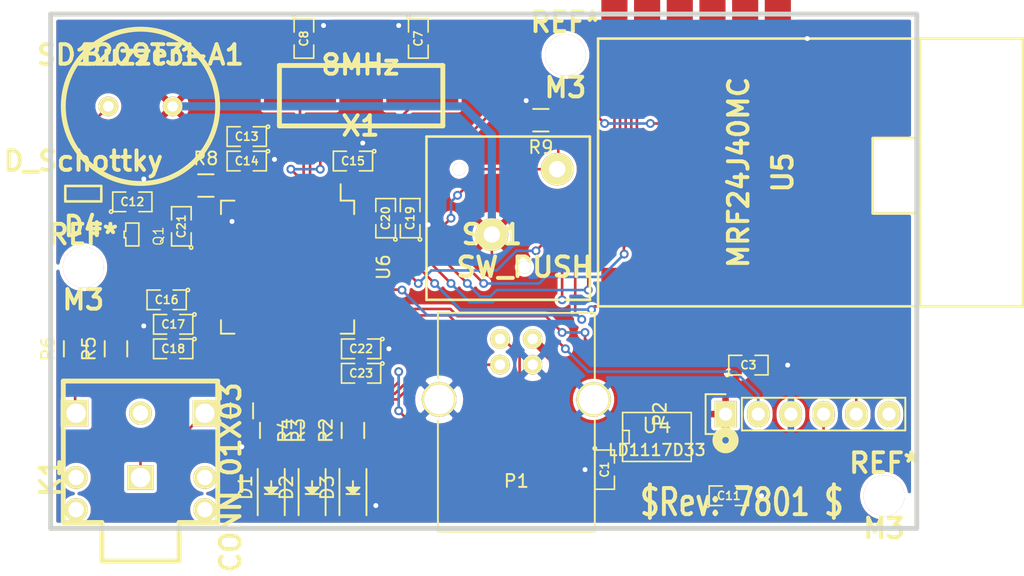
<source format=kicad_pcb>
(kicad_pcb (version 4) (host pcbnew 4.0.2-stable)
  (title_block (date "21 may 2012"))
  (layers (0 Front signal) (31 Back signal) (34 B.Paste user) (35 F.Paste user) (36 B.SilkS user) (37 F.SilkS user) (38 B.Mask user) (39 F.Mask user) (44 Edge.Cuts user))
  (net 0 "")
  (net 1 +5V)
  (net 2 /NRST)
  (net 3 /SWCLK)
  (net 4 /SWDIO)
  (net 5 GND)
  (net 6 +3V3)
  (net 7 "Net-(Buzzer1-Pad2)")
  (net 8 "Net-(C7-Pad2)")
  (net 9 "Net-(C8-Pad2)")
  (net 10 "Net-(C16-Pad1)")
  (net 11 "Net-(C23-Pad2)")
  (net 12 "Net-(K1-Pad1)")
  (net 13 "Net-(K1-Pad2)")
  (net 14 "Net-(K1-Pad3)")
  (net 15 "Net-(P1-Pad2)")
  (net 16 "Net-(P1-Pad3)")
  (net 17 "Net-(P2-Pad6)")
  (net 18 "Net-(Q1-PadB)")
  (net 19 "Net-(R2-Pad2)")
  (net 20 "Net-(R3-Pad1)")
  (net 21 "Net-(R4-Pad2)")
  (net 22 "Net-(R5-Pad2)")
  (net 23 "Net-(R6-Pad2)")
  (net 24 "Net-(R8-Pad2)")
  (net 25 "Net-(R9-Pad1)")
  (net 26 "Net-(U5-Pad6)")
  (net 27 "Net-(U5-Pad5)")
  (net 28 "Net-(U5-Pad4)")
  (net 29 "Net-(U5-Pad3)")
  (net 30 "Net-(U5-Pad2)")
  (net 31 "Net-(U5-Pad7)")
  (net 32 "Net-(U5-Pad8)")
  (net 33 "Net-(U6-Pad2)")
  (net 34 "Net-(U6-Pad3)")
  (net 35 "Net-(U6-Pad4)")
  (net 36 "Net-(U6-Pad8)")
  (net 37 "Net-(U6-Pad9)")
  (net 38 "Net-(U6-Pad10)")
  (net 39 "Net-(U6-Pad11)")
  (net 40 "Net-(U6-Pad22)")
  (net 41 "Net-(U6-Pad23)")
  (net 42 "Net-(U6-Pad24)")
  (net 43 "Net-(U6-Pad29)")
  (net 44 "Net-(U6-Pad30)")
  (net 45 "Net-(U6-Pad36)")
  (net 46 "Net-(U6-Pad37)")
  (net 47 "Net-(U6-Pad38)")
  (net 48 "Net-(U6-Pad39)")
  (net 49 "Net-(U6-Pad40)")
  (net 50 "Net-(U6-Pad41)")
  (net 51 "Net-(U6-Pad42)")
  (net 52 "Net-(U6-Pad43)")
  (net 53 "Net-(U6-Pad52)")
  (net 54 "Net-(U6-Pad51)")
  (net 55 "Net-(U6-Pad54)")
  (net 56 "Net-(D1-Pad2)")
  (net 57 "Net-(D2-Pad2)")
  (net 58 "Net-(D3-Pad2)")
  (module Thunderbots:SO8E (layer Front) (at 177.292 102.108)
    (fp_text reference U4 (at 0 -0.889) (layer F.SilkS) (effects (font (size 1.143 1.143) (thickness 0.1524))))
    (fp_text value LD1117D33 (at 0 1.016) (layer F.SilkS) (effects (font (size 0.889 0.889) (thickness 0.1524))))
    (pad 8 smd rect (at -1.905 -2.921) (size 0.8001 2.19964) (layers Front F.Paste F.Mask))
    (pad 1 smd rect (at -1.905 2.921) (size 0.8001 2.19964) (layers Front F.Paste F.Mask) (net 5 GND))
    (pad 7 smd rect (at -0.635 -2.921) (size 0.8001 2.19964) (layers Front F.Paste F.Mask) (net 6 +3V3))
    (pad 6 smd rect (at 0.635 -2.921) (size 0.8001 2.19964) (layers Front F.Paste F.Mask) (net 6 +3V3))
    (pad 5 smd rect (at 1.905 -2.921) (size 0.8001 2.19964) (layers Front F.Paste F.Mask))
    (pad 2 smd rect (at -0.635 2.921) (size 0.8001 2.19964) (layers Front F.Paste F.Mask) (net 6 +3V3))
    (pad 3 smd rect (at 0.635 2.921) (size 0.8001 2.19964) (layers Front F.Paste F.Mask) (net 6 +3V3))
    (pad 4 smd rect (at 1.905 2.921) (size 0.8001 2.19964) (layers Front F.Paste F.Mask) (net 1 +5V))
  )
  (module M3_MOUNT (layer Front) (at 132.715 88.9)
    (fp_text reference REF* (at 0 -2.54) (layer F.SilkS) (effects (font (thickness 0.3048))))
    (fp_text value M3 (at 0 2.54) (layer F.SilkS) (effects (font (thickness 0.3048))))
    (pad 1 thru_hole circle (at 0 0) (size 3.175 3.175) (drill 3.175) (layers *.Cu *.SilkS *.Mask) (clearance 0.2794))
  )
  (module M3_MOUNT (layer Front) (at 170.18 72.39)
    (fp_text reference REF* (at 0 -2.54) (layer F.SilkS) (effects (font (thickness 0.3048))))
    (fp_text value M3 (at 0 2.54) (layer F.SilkS) (effects (font (thickness 0.3048))))
    (pad 1 thru_hole circle (at 0 0) (size 3.175 3.175) (drill 3.175) (layers *.Cu *.SilkS *.Mask) (clearance 0.2794))
  )
  (module SM0805 (layer Front) (at 154.305 97.155 180)
    (fp_text reference C23 (at 0 0 180) (layer F.SilkS) (effects (font (size 0.635 0.635) (thickness 0.127))))
    (fp_text value 2.2uF hide)
    (pad 1 smd rect (at -0.9525 0 180) (size 0.889 1.397) (layers Front F.Paste F.Mask) (net 5 GND))
    (pad 2 smd rect (at 0.9525 0 180) (size 0.889 1.397) (layers Front F.Paste F.Mask) (net 11 "Net-(C23-Pad2)"))
  )
  (module SM0805 (layer Front) (at 154.305 95.25 180)
    (fp_text reference C22 (at 0 0 180) (layer F.SilkS) (effects (font (size 0.635 0.635) (thickness 0.127))))
    (fp_text value 100nF hide)
    (pad 1 smd rect (at -0.9525 0 180) (size 0.889 1.397) (layers Front F.Paste F.Mask) (net 5 GND))
    (pad 2 smd rect (at 0.9525 0 180) (size 0.889 1.397) (layers Front F.Paste F.Mask) (net 6 +3V3))
  )
  (module SM0805 (layer Front) (at 140.335 85.725 90)
    (fp_text reference C21 (at 0 0 90) (layer F.SilkS) (effects (font (size 0.635 0.635) (thickness 0.127))))
    (fp_text value 100nF hide)
    (pad 1 smd rect (at -0.9525 0 90) (size 0.889 1.397) (layers Front F.Paste F.Mask) (net 6 +3V3))
    (pad 2 smd rect (at 0.9525 0 90) (size 0.889 1.397) (layers Front F.Paste F.Mask) (net 5 GND))
  )
  (module SM0805 (layer Front) (at 156.21 85.09 90)
    (fp_text reference C20 (at 0 0 90) (layer F.SilkS) (effects (font (size 0.635 0.635) (thickness 0.127))))
    (fp_text value 100nF hide)
    (pad 1 smd rect (at -0.9525 0 90) (size 0.889 1.397) (layers Front F.Paste F.Mask) (net 5 GND))
    (pad 2 smd rect (at 0.9525 0 90) (size 0.889 1.397) (layers Front F.Paste F.Mask) (net 6 +3V3))
  )
  (module SM0805 (layer Front) (at 158.115 85.09 90)
    (fp_text reference C19 (at 0 0 90) (layer F.SilkS) (effects (font (size 0.635 0.635) (thickness 0.127))))
    (fp_text value 4.7uF hide)
    (pad 1 smd rect (at -0.9525 0 90) (size 0.889 1.397) (layers Front F.Paste F.Mask) (net 5 GND))
    (pad 2 smd rect (at 0.9525 0 90) (size 0.889 1.397) (layers Front F.Paste F.Mask) (net 6 +3V3))
  )
  (module SM0805 (layer Front) (at 139.7 95.25 180)
    (fp_text reference C18 (at 0 0 180) (layer F.SilkS) (effects (font (size 0.635 0.635) (thickness 0.127))))
    (fp_text value 4.7uF hide)
    (pad 1 smd rect (at -0.9525 0 180) (size 0.889 1.397) (layers Front F.Paste F.Mask) (net 6 +3V3))
    (pad 2 smd rect (at 0.9525 0 180) (size 0.889 1.397) (layers Front F.Paste F.Mask) (net 5 GND))
  )
  (module SM0805 (layer Front) (at 139.7 93.345 180)
    (fp_text reference C17 (at 0 0 180) (layer F.SilkS) (effects (font (size 0.635 0.635) (thickness 0.127))))
    (fp_text value 100nF hide)
    (pad 1 smd rect (at -0.9525 0 180) (size 0.889 1.397) (layers Front F.Paste F.Mask) (net 6 +3V3))
    (pad 2 smd rect (at 0.9525 0 180) (size 0.889 1.397) (layers Front F.Paste F.Mask) (net 5 GND))
  )
  (module SM0805 (layer Front) (at 139.192 91.44 180)
    (fp_text reference C16 (at 0 0 180) (layer F.SilkS) (effects (font (size 0.635 0.635) (thickness 0.127))))
    (fp_text value 2.2uF hide)
    (pad 1 smd rect (at -0.9525 0 180) (size 0.889 1.397) (layers Front F.Paste F.Mask) (net 10 "Net-(C16-Pad1)"))
    (pad 2 smd rect (at 0.9525 0 180) (size 0.889 1.397) (layers Front F.Paste F.Mask) (net 5 GND))
  )
  (module SM0805 (layer Front) (at 153.67 80.645 180)
    (fp_text reference C15 (at 0 0 180) (layer F.SilkS) (effects (font (size 0.635 0.635) (thickness 0.127))))
    (fp_text value 100nF hide)
    (pad 1 smd rect (at -0.9525 0 180) (size 0.889 1.397) (layers Front F.Paste F.Mask) (net 5 GND))
    (pad 2 smd rect (at 0.9525 0 180) (size 0.889 1.397) (layers Front F.Paste F.Mask) (net 6 +3V3))
  )
  (module SM0805 (layer Front) (at 145.415 80.645 180)
    (fp_text reference C14 (at 0 0 180) (layer F.SilkS) (effects (font (size 0.635 0.635) (thickness 0.127))))
    (fp_text value 10nF hide)
    (pad 1 smd rect (at -0.9525 0 180) (size 0.889 1.397) (layers Front F.Paste F.Mask) (net 5 GND))
    (pad 2 smd rect (at 0.9525 0 180) (size 0.889 1.397) (layers Front F.Paste F.Mask) (net 6 +3V3))
  )
  (module SM0805 (layer Front) (at 145.415 78.74 180)
    (fp_text reference C13 (at 0 0 180) (layer F.SilkS) (effects (font (size 0.635 0.635) (thickness 0.127))))
    (fp_text value 1uF hide)
    (pad 1 smd rect (at -0.9525 0 180) (size 0.889 1.397) (layers Front F.Paste F.Mask) (net 5 GND))
    (pad 2 smd rect (at 0.9525 0 180) (size 0.889 1.397) (layers Front F.Paste F.Mask) (net 6 +3V3))
  )
  (module SM0805 (layer Front) (at 136.525 83.82)
    (fp_text reference C12 (at 0 0) (layer F.SilkS) (effects (font (size 0.635 0.635) (thickness 0.127))))
    (fp_text value 1uF hide)
    (pad 1 smd rect (at -0.9525 0) (size 0.889 1.397) (layers Front F.Paste F.Mask) (net 6 +3V3))
    (pad 2 smd rect (at 0.9525 0) (size 0.889 1.397) (layers Front F.Paste F.Mask) (net 5 GND))
  )
  (module SM0805 (layer Front) (at 182.88 106.68)
    (fp_text reference C11 (at 0 0) (layer F.SilkS) (effects (font (size 0.635 0.635) (thickness 0.127))))
    (fp_text value 1uF hide)
    (pad 1 smd rect (at -0.9525 0) (size 0.889 1.397) (layers Front F.Paste F.Mask) (net 1 +5V))
    (pad 2 smd rect (at 0.9525 0) (size 0.889 1.397) (layers Front F.Paste F.Mask) (net 5 GND))
  )
  (module SM0805 (layer Front) (at 149.86 71.12 270)
    (fp_text reference C8 (at 0 0 270) (layer F.SilkS) (effects (font (size 0.635 0.635) (thickness 0.127))))
    (fp_text value 15pF hide)
    (pad 1 smd rect (at -0.9525 0 270) (size 0.889 1.397) (layers Front F.Paste F.Mask) (net 5 GND))
    (pad 2 smd rect (at 0.9525 0 270) (size 0.889 1.397) (layers Front F.Paste F.Mask) (net 9 "Net-(C8-Pad2)"))
  )
  (module SM0805 (layer Front) (at 158.75 71.12 270)
    (fp_text reference C7 (at 0 0 270) (layer F.SilkS) (effects (font (size 0.635 0.635) (thickness 0.127))))
    (fp_text value 15pF hide)
    (pad 1 smd rect (at -0.9525 0 270) (size 0.889 1.397) (layers Front F.Paste F.Mask) (net 5 GND))
    (pad 2 smd rect (at 0.9525 0 270) (size 0.889 1.397) (layers Front F.Paste F.Mask) (net 8 "Net-(C7-Pad2)"))
  )
  (module SM0805 (layer Front) (at 184.404 96.52)
    (fp_text reference C3 (at 0 0) (layer F.SilkS) (effects (font (size 0.635 0.635) (thickness 0.127))))
    (fp_text value 100nF hide)
    (pad 1 smd rect (at -0.9525 0) (size 0.889 1.397) (layers Front F.Paste F.Mask) (net 6 +3V3))
    (pad 2 smd rect (at 0.9525 0) (size 0.889 1.397) (layers Front F.Paste F.Mask) (net 5 GND))
  )
  (module M3_MOUNT (layer Front) (at 194.945 106.68)
    (fp_text reference REF* (at 0 -2.54) (layer F.SilkS) (effects (font (thickness 0.3048))))
    (fp_text value M3 (at 0 2.54) (layer F.SilkS) (effects (font (thickness 0.3048))))
    (pad 1 thru_hole circle (at 0 0) (size 3.175 3.175) (drill 3.175) (layers *.Cu *.SilkS *.Mask) (clearance 0.2794))
  )
  (module SM0805 (layer Front) (at 173.228 104.648 270)
    (fp_text reference C1 (at 0 0 270) (layer F.SilkS) (effects (font (size 0.635 0.635) (thickness 0.127))))
    (fp_text value 2.2uF hide)
    (pad 1 smd rect (at -0.9525 0 270) (size 0.889 1.397) (layers Front F.Paste F.Mask) (net 6 +3V3))
    (pad 2 smd rect (at 0.9525 0 270) (size 0.889 1.397) (layers Front F.Paste F.Mask) (net 5 GND))
  )
  (module Thunderbots:SOT23DIODE (layer Front) (at 132.715 83.185)
    (fp_text reference D4 (at 0 2.54) (layer F.SilkS) (effects (font (thickness 0.3048))))
    (fp_text value D_Schottky (at 0 -2.54) (layer F.SilkS) (effects (font (thickness 0.3048))))
    (pad 1 smd rect (at -0.00254 -0.89916) (size 0.76962 1.05156) (layers Front F.Paste F.Mask) (net 6 +3V3))
    (pad "" smd rect (at 1.09982 0.8001) (size 0.76962 1.05156) (layers Front F.Paste F.Mask))
    (pad 2 smd rect (at -1.09982 0.79756) (size 0.76962 1.05156) (layers Front F.Paste F.Mask) (net 7 "Net-(Buzzer1-Pad2)"))
  )
  (module Thunderbots:SOT323-transistor (layer Front) (at 136.525 86.36 270)
    (fp_text reference Q1 (at 0.127 -2.032 270) (layer F.SilkS) (effects (font (size 0.762 0.762) (thickness 0.09906))))
    (fp_text value BC847A hide)
    (pad E smd rect (at -0.65024 -0.94996 270) (size 0.59944 1.00076) (layers Front F.Paste F.Mask) (net 5 GND))
    (pad B smd rect (at 0.65024 -0.94996 270) (size 0.59944 1.00076) (layers Front F.Paste F.Mask) (net 18 "Net-(Q1-PadB)"))
    (pad C smd rect (at 0 0.94996 270) (size 0.59944 1.00076) (layers Front F.Paste F.Mask) (net 7 "Net-(Buzzer1-Pad2)"))
  )
  (module Thunderbots:SJ1-3523N (layer Front) (at 137.16 111.76 90)
    (fp_text reference K1 (at 6.49986 -7.00024 90) (layer F.SilkS) (effects (font (thickness 0.3048))))
    (fp_text value CONN_01X03 (at 6.49986 7.00024 90) (layer F.SilkS) (effects (font (thickness 0.3048))))
    (pad 1 thru_hole rect (at 6.49986 0 180) (size 2.032 1.905) (drill 1.50114) (layers *.Cu *.Mask F.SilkS) (net 12 "Net-(K1-Pad1)"))
    (pad 2 thru_hole rect (at 11.50112 5.00126 90) (size 2.032 1.905) (drill 1.50114) (layers *.Cu *.Mask F.SilkS) (net 13 "Net-(K1-Pad2)"))
    (pad 3 thru_hole rect (at 11.50112 -5.00126 90) (size 2.032 1.905) (drill 1.50114) (layers *.Cu *.Mask F.SilkS) (net 14 "Net-(K1-Pad3)"))
    (pad 0 thru_hole circle (at 6.49986 5.00126 90) (size 1.778 1.778) (drill 1.19888) (layers *.Cu *.Mask F.SilkS))
    (pad 0 thru_hole circle (at 6.49986 -5.00126 180) (size 1.778 1.778) (drill 1.19888) (layers *.Cu *.Mask F.SilkS))
    (pad 0 thru_hole circle (at 4.0005 5.00126 180) (size 1.778 1.778) (drill 1.19888) (layers *.Cu *.Mask F.SilkS))
    (pad 0 thru_hole circle (at 4.0005 -5.00126 180) (size 1.778 1.778) (drill 1.19888) (layers *.Cu *.Mask F.SilkS))
    (pad 0 thru_hole circle (at 11.50112 0 180) (size 1.778 1.778) (drill 1.19888) (layers *.Cu *.Mask F.SilkS))
  )
  (module Thunderbots:MRF24J40M (layer Front) (at 172.72 71.12 270)
    (fp_text reference U5 (at 10.414 -14.351 270) (layer F.SilkS) (effects (font (thickness 0.3048))))
    (fp_text value MRF24J40MC (at 10.414 -10.922 270) (layer F.SilkS) (effects (font (thickness 0.3048))))
    (pad 6 smd rect (at 0 -1.27 270) (size 5.99948 2.032) (layers Front F.Mask) (net 26 "Net-(U5-Pad6)"))
    (pad 5 smd rect (at 0 -3.81 270) (size 5.99948 2.032) (layers Front F.Mask) (net 27 "Net-(U5-Pad5)"))
    (pad 4 smd rect (at 0 -6.35 270) (size 5.99948 2.032) (layers Front F.Mask) (net 28 "Net-(U5-Pad4)"))
    (pad 3 smd rect (at 0 -8.89 270) (size 5.99948 2.032) (layers Front F.Mask) (net 29 "Net-(U5-Pad3)"))
    (pad 2 smd rect (at 0 -11.43 270) (size 5.99948 2.032) (layers Front F.Mask) (net 30 "Net-(U5-Pad2)"))
    (pad 1 smd rect (at 0 -13.97 270) (size 5.99948 2.032) (layers Front F.Mask) (net 5 GND))
    (pad 7 smd rect (at 20.828 -1.27 270) (size 5.99948 2.032) (layers Front F.Mask) (net 31 "Net-(U5-Pad7)"))
    (pad 8 smd rect (at 20.828 -3.81 270) (size 5.99948 2.032) (layers Front F.Mask) (net 32 "Net-(U5-Pad8)"))
    (pad 9 smd rect (at 20.828 -6.35 270) (size 5.99948 2.032) (layers Front F.Mask))
    (pad 10 smd rect (at 20.828 -8.89 270) (size 5.99948 2.032) (layers Front F.Mask) (net 6 +3V3))
    (pad 11 smd rect (at 20.828 -11.43 270) (size 5.99948 2.032) (layers Front F.Mask) (net 5 GND))
    (pad 12 smd rect (at 20.828 -13.97 270) (size 5.99948 2.032) (layers Front F.Mask) (net 5 GND))
  )
  (module Thunderbots:HC49US (layer Front) (at 154.305 75.565 180)
    (fp_text reference X1 (at 0.0508 -2.3495 180) (layer F.SilkS) (effects (font (thickness 0.3048))))
    (fp_text value 8MHz (at 0.0508 2.4003 180) (layer F.SilkS) (effects (font (thickness 0.3048))))
    (pad 1 smd rect (at -4.75234 0 180) (size 5.6007 2.10058) (layers Front F.Paste F.Mask) (net 8 "Net-(C7-Pad2)"))
    (pad 2 smd rect (at 4.74726 0 180) (size 5.6007 2.10058) (layers Front F.Paste F.Mask) (net 9 "Net-(C8-Pad2)"))
  )
  (module Thunderbots:ESWITCH_320.01 (layer Front) (at 159.385 91.44)
    (fp_text reference SW1 (at 5.08 -5.08) (layer F.SilkS) (effects (font (thickness 0.3048))))
    (fp_text value SW_PUSH (at 7.62 -2.54) (layer F.SilkS) (effects (font (thickness 0.3048))))
    (pad 2 thru_hole circle (at 5.08 -5.08) (size 2.54 2.54) (drill 1.27) (layers *.Cu *.Mask F.SilkS) (net 6 +3V3))
    (pad 1 thru_hole circle (at 10.16 -10.16) (size 2.54 2.54) (drill 1.27) (layers *.Cu *.Mask F.SilkS) (net 25 "Net-(R9-Pad1)"))
    (pad 3 thru_hole circle (at 7.62 -2.54) (size 0.9906 0.9906) (drill 0.9906) (layers *.Cu *.Mask F.SilkS))
    (pad 4 thru_hole circle (at 2.54 -10.16) (size 0.9906 0.9906) (drill 0.9906) (layers *.Cu *.Mask F.SilkS))
  )
  (module Thunderbots:Buzzer (layer Front) (at 137.16 72.39)
    (fp_text reference Buzzer1 (at 0 0) (layer F.SilkS) (effects (font (thickness 0.3048))))
    (fp_text value SD1209T3-A1 (at 0 0) (layer F.SilkS) (effects (font (thickness 0.3048))))
    (pad 1 thru_hole circle (at 2.49936 4.0005) (size 1.524 1.524) (drill 0.8128) (layers *.Cu *.Mask F.SilkS) (net 6 +3V3))
    (pad 2 thru_hole circle (at -2.49936 4.0005) (size 1.524 1.524) (drill 0.8128) (layers *.Cu *.Mask F.SilkS) (net 7 "Net-(Buzzer1-Pad2)"))
  )
  (module Housings_QFP:TQFP-64_10x10mm_Pitch0.5mm (layer Front) (at 148.59 88.9 270)
    (fp_text reference U6 (at 0 -7.45 270) (layer F.SilkS))
    (fp_text value STM32F405RXT)
    (pad 1 smd rect (at -5.7 -3.75 270) (size 1.5 0.3) (layers Front F.Paste F.Mask) (net 6 +3V3))
    (pad 2 smd rect (at -5.7 -3.25 270) (size 1.5 0.3) (layers Front F.Paste F.Mask) (net 33 "Net-(U6-Pad2)"))
    (pad 3 smd rect (at -5.7 -2.75 270) (size 1.5 0.3) (layers Front F.Paste F.Mask) (net 34 "Net-(U6-Pad3)"))
    (pad 4 smd rect (at -5.7 -2.25 270) (size 1.5 0.3) (layers Front F.Paste F.Mask) (net 35 "Net-(U6-Pad4)"))
    (pad 5 smd rect (at -5.7 -1.75 270) (size 1.5 0.3) (layers Front F.Paste F.Mask) (net 8 "Net-(C7-Pad2)"))
    (pad 6 smd rect (at -5.7 -1.25 270) (size 1.5 0.3) (layers Front F.Paste F.Mask) (net 9 "Net-(C8-Pad2)"))
    (pad 7 smd rect (at -5.7 -0.75 270) (size 1.5 0.3) (layers Front F.Paste F.Mask) (net 2 /NRST))
    (pad 8 smd rect (at -5.7 -0.25 270) (size 1.5 0.3) (layers Front F.Paste F.Mask) (net 36 "Net-(U6-Pad8)"))
    (pad 9 smd rect (at -5.7 0.25 270) (size 1.5 0.3) (layers Front F.Paste F.Mask) (net 37 "Net-(U6-Pad9)"))
    (pad 10 smd rect (at -5.7 0.75 270) (size 1.5 0.3) (layers Front F.Paste F.Mask) (net 38 "Net-(U6-Pad10)"))
    (pad 11 smd rect (at -5.7 1.25 270) (size 1.5 0.3) (layers Front F.Paste F.Mask) (net 39 "Net-(U6-Pad11)"))
    (pad 12 smd rect (at -5.7 1.75 270) (size 1.5 0.3) (layers Front F.Paste F.Mask) (net 5 GND))
    (pad 13 smd rect (at -5.7 2.25 270) (size 1.5 0.3) (layers Front F.Paste F.Mask) (net 6 +3V3))
    (pad 14 smd rect (at -5.7 2.75 270) (size 1.5 0.3) (layers Front F.Paste F.Mask) (net 6 +3V3))
    (pad 15 smd rect (at -5.7 3.25 270) (size 1.5 0.3) (layers Front F.Paste F.Mask) (net 6 +3V3))
    (pad 16 smd rect (at -5.7 3.75 270) (size 1.5 0.3) (layers Front F.Paste F.Mask) (net 24 "Net-(R8-Pad2)"))
    (pad 17 smd rect (at -3.75 5.7) (size 1.5 0.3) (layers Front F.Paste F.Mask) (net 5 GND))
    (pad 18 smd rect (at -3.25 5.7) (size 1.5 0.3) (layers Front F.Paste F.Mask) (net 5 GND))
    (pad 19 smd rect (at -2.75 5.7) (size 1.5 0.3) (layers Front F.Paste F.Mask) (net 6 +3V3))
    (pad 20 smd rect (at -2.25 5.7) (size 1.5 0.3) (layers Front F.Paste F.Mask) (net 6 +3V3))
    (pad 21 smd rect (at -1.75 5.7) (size 1.5 0.3) (layers Front F.Paste F.Mask) (net 6 +3V3))
    (pad 22 smd rect (at -1.25 5.7) (size 1.5 0.3) (layers Front F.Paste F.Mask) (net 40 "Net-(U6-Pad22)"))
    (pad 23 smd rect (at -0.75 5.7) (size 1.5 0.3) (layers Front F.Paste F.Mask) (net 41 "Net-(U6-Pad23)"))
    (pad 24 smd rect (at -0.25 5.7) (size 1.5 0.3) (layers Front F.Paste F.Mask) (net 42 "Net-(U6-Pad24)"))
    (pad 25 smd rect (at 0.25 5.7) (size 1.5 0.3) (layers Front F.Paste F.Mask) (net 23 "Net-(R6-Pad2)"))
    (pad 26 smd rect (at 0.75 5.7) (size 1.5 0.3) (layers Front F.Paste F.Mask) (net 22 "Net-(R5-Pad2)"))
    (pad 27 smd rect (at 1.25 5.7) (size 1.5 0.3) (layers Front F.Paste F.Mask) (net 12 "Net-(K1-Pad1)"))
    (pad 28 smd rect (at 1.75 5.7) (size 1.5 0.3) (layers Front F.Paste F.Mask) (net 5 GND))
    (pad 29 smd rect (at 2.25 5.7) (size 1.5 0.3) (layers Front F.Paste F.Mask) (net 43 "Net-(U6-Pad29)"))
    (pad 30 smd rect (at 2.75 5.7) (size 1.5 0.3) (layers Front F.Paste F.Mask) (net 44 "Net-(U6-Pad30)"))
    (pad 31 smd rect (at 3.25 5.7) (size 1.5 0.3) (layers Front F.Paste F.Mask) (net 10 "Net-(C16-Pad1)"))
    (pad 32 smd rect (at 3.75 5.7) (size 1.5 0.3) (layers Front F.Paste F.Mask) (net 6 +3V3))
    (pad 33 smd rect (at 5.7 3.75 270) (size 1.5 0.3) (layers Front F.Paste F.Mask) (net 20 "Net-(R3-Pad1)"))
    (pad 34 smd rect (at 5.7 3.25 270) (size 1.5 0.3) (layers Front F.Paste F.Mask) (net 21 "Net-(R4-Pad2)"))
    (pad 35 smd rect (at 5.7 2.75 270) (size 1.5 0.3) (layers Front F.Paste F.Mask) (net 19 "Net-(R2-Pad2)"))
    (pad 36 smd rect (at 5.7 2.25 270) (size 1.5 0.3) (layers Front F.Paste F.Mask) (net 45 "Net-(U6-Pad36)"))
    (pad 37 smd rect (at 5.7 1.75 270) (size 1.5 0.3) (layers Front F.Paste F.Mask) (net 46 "Net-(U6-Pad37)"))
    (pad 38 smd rect (at 5.7 1.25 270) (size 1.5 0.3) (layers Front F.Paste F.Mask) (net 47 "Net-(U6-Pad38)"))
    (pad 39 smd rect (at 5.7 0.75 270) (size 1.5 0.3) (layers Front F.Paste F.Mask) (net 48 "Net-(U6-Pad39)"))
    (pad 40 smd rect (at 5.7 0.25 270) (size 1.5 0.3) (layers Front F.Paste F.Mask) (net 49 "Net-(U6-Pad40)"))
    (pad 41 smd rect (at 5.7 -0.25 270) (size 1.5 0.3) (layers Front F.Paste F.Mask) (net 50 "Net-(U6-Pad41)"))
    (pad 42 smd rect (at 5.7 -0.75 270) (size 1.5 0.3) (layers Front F.Paste F.Mask) (net 51 "Net-(U6-Pad42)"))
    (pad 43 smd rect (at 5.7 -1.25 270) (size 1.5 0.3) (layers Front F.Paste F.Mask) (net 52 "Net-(U6-Pad43)"))
    (pad 44 smd rect (at 5.7 -1.75 270) (size 1.5 0.3) (layers Front F.Paste F.Mask) (net 15 "Net-(P1-Pad2)"))
    (pad 45 smd rect (at 5.7 -2.25 270) (size 1.5 0.3) (layers Front F.Paste F.Mask) (net 16 "Net-(P1-Pad3)"))
    (pad 46 smd rect (at 5.7 -2.75 270) (size 1.5 0.3) (layers Front F.Paste F.Mask) (net 4 /SWDIO))
    (pad 47 smd rect (at 5.7 -3.25 270) (size 1.5 0.3) (layers Front F.Paste F.Mask) (net 11 "Net-(C23-Pad2)"))
    (pad 48 smd rect (at 5.7 -3.75 270) (size 1.5 0.3) (layers Front F.Paste F.Mask) (net 6 +3V3))
    (pad 49 smd rect (at 3.75 -5.7) (size 1.5 0.3) (layers Front F.Paste F.Mask) (net 3 /SWCLK))
    (pad 50 smd rect (at 3.25 -5.7) (size 1.5 0.3) (layers Front F.Paste F.Mask) (net 32 "Net-(U5-Pad8)"))
    (pad 51 smd rect (at 2.75 -5.7) (size 1.5 0.3) (layers Front F.Paste F.Mask) (net 54 "Net-(U6-Pad51)"))
    (pad 52 smd rect (at 2.25 -5.7) (size 1.5 0.3) (layers Front F.Paste F.Mask) (net 53 "Net-(U6-Pad52)"))
    (pad 53 smd rect (at 1.75 -5.7) (size 1.5 0.3) (layers Front F.Paste F.Mask) (net 28 "Net-(U5-Pad4)"))
    (pad 54 smd rect (at 1.25 -5.7) (size 1.5 0.3) (layers Front F.Paste F.Mask) (net 55 "Net-(U6-Pad54)"))
    (pad 55 smd rect (at 0.75 -5.7) (size 1.5 0.3) (layers Front F.Paste F.Mask) (net 26 "Net-(U5-Pad6)"))
    (pad 56 smd rect (at 0.25 -5.7) (size 1.5 0.3) (layers Front F.Paste F.Mask) (net 31 "Net-(U5-Pad7)"))
    (pad 57 smd rect (at -0.25 -5.7) (size 1.5 0.3) (layers Front F.Paste F.Mask) (net 27 "Net-(U5-Pad5)"))
    (pad 58 smd rect (at -0.75 -5.7) (size 1.5 0.3) (layers Front F.Paste F.Mask) (net 29 "Net-(U5-Pad3)"))
    (pad 59 smd rect (at -1.25 -5.7) (size 1.5 0.3) (layers Front F.Paste F.Mask) (net 30 "Net-(U5-Pad2)"))
    (pad 60 smd rect (at -1.75 -5.7) (size 1.5 0.3) (layers Front F.Paste F.Mask) (net 25 "Net-(R9-Pad1)"))
    (pad 61 smd rect (at -2.25 -5.7) (size 1.5 0.3) (layers Front F.Paste F.Mask) (net 5 GND))
    (pad 62 smd rect (at -2.75 -5.7) (size 1.5 0.3) (layers Front F.Paste F.Mask) (net 5 GND))
    (pad 63 smd rect (at -3.25 -5.7) (size 1.5 0.3) (layers Front F.Paste F.Mask) (net 5 GND))
    (pad 64 smd rect (at -3.75 -5.7) (size 1.5 0.3) (layers Front F.Paste F.Mask) (net 6 +3V3))
  )
  (module Connect:USB_B (layer Front) (at 167.64 94.488 270)
    (fp_text reference P1 (at 11.049 1.27 360) (layer F.SilkS))
    (fp_text value USB_B)
    (pad 2 thru_hole circle (at 0 2.54 180) (size 1.524 1.524) (drill 0.8128) (layers *.Cu *.Mask F.SilkS) (net 15 "Net-(P1-Pad2)"))
    (pad 1 thru_hole circle (at 0 0 180) (size 1.524 1.524) (drill 0.8128) (layers *.Cu *.Mask F.SilkS) (net 1 +5V))
    (pad 4 thru_hole circle (at 1.99898 0 180) (size 1.524 1.524) (drill 0.8128) (layers *.Cu *.Mask F.SilkS) (net 5 GND))
    (pad 3 thru_hole circle (at 1.99898 2.54 180) (size 1.524 1.524) (drill 0.8128) (layers *.Cu *.Mask F.SilkS) (net 16 "Net-(P1-Pad3)"))
    (pad 5 thru_hole circle (at 4.699 7.26948 180) (size 2.70002 2.70002) (drill 2.30124) (layers *.Cu *.Mask F.SilkS) (net 5 GND))
    (pad 5 thru_hole circle (at 4.699 -4.72948 180) (size 2.70002 2.70002) (drill 2.30124) (layers *.Cu *.Mask F.SilkS) (net 5 GND))
  )
  (module LEDs:LED-1206 (layer Front) (at 147.32 106.045 90)
    (fp_text reference D1 (at 0 -2 90) (layer F.SilkS))
    (fp_text value LED)
    (pad 2 smd rect (at 1.41986 0 270) (size 1.59766 1.80086) (layers Front F.Paste F.Mask) (net 56 "Net-(D1-Pad2)"))
    (pad 1 smd rect (at -1.41986 0 270) (size 1.59766 1.80086) (layers Front F.Paste F.Mask) (net 5 GND))
  )
  (module LEDs:LED-1206 (layer Front) (at 150.495 106.045 90)
    (fp_text reference D2 (at 0 -2 90) (layer F.SilkS))
    (fp_text value LED)
    (pad 2 smd rect (at 1.41986 0 270) (size 1.59766 1.80086) (layers Front F.Paste F.Mask) (net 57 "Net-(D2-Pad2)"))
    (pad 1 smd rect (at -1.41986 0 270) (size 1.59766 1.80086) (layers Front F.Paste F.Mask) (net 5 GND))
  )
  (module LEDs:LED-1206 (layer Front) (at 153.67 106.045 90)
    (fp_text reference D3 (at 0 -2 90) (layer F.SilkS))
    (fp_text value LED)
    (pad 2 smd rect (at 1.41986 0 270) (size 1.59766 1.80086) (layers Front F.Paste F.Mask) (net 58 "Net-(D3-Pad2)"))
    (pad 1 smd rect (at -1.41986 0 270) (size 1.59766 1.80086) (layers Front F.Paste F.Mask) (net 5 GND))
  )
  (module Resistors_SMD:R_0805_HandSoldering (layer Front) (at 147.32 101.6 270)
    (fp_text reference R3 (at 0 -2.1 270) (layer F.SilkS))
    (fp_text value 100R)
    (pad 1 smd rect (at -1.35 0 270) (size 1.5 1.3) (layers Front F.Paste F.Mask) (net 20 "Net-(R3-Pad1)"))
    (pad 2 smd rect (at 1.35 0 270) (size 1.5 1.3) (layers Front F.Paste F.Mask) (net 56 "Net-(D1-Pad2)"))
  )
  (module Resistors_SMD:R_0805_HandSoldering (layer Front) (at 150.495 101.6 90)
    (fp_text reference R4 (at 0 -2.1 90) (layer F.SilkS))
    (fp_text value 100R)
    (pad 1 smd rect (at -1.35 0 90) (size 1.5 1.3) (layers Front F.Paste F.Mask) (net 57 "Net-(D2-Pad2)"))
    (pad 2 smd rect (at 1.35 0 90) (size 1.5 1.3) (layers Front F.Paste F.Mask) (net 21 "Net-(R4-Pad2)"))
  )
  (module Resistors_SMD:R_0805_HandSoldering (layer Front) (at 153.67 101.6 90)
    (fp_text reference R2 (at 0 -2.1 90) (layer F.SilkS))
    (fp_text value 100R)
    (pad 1 smd rect (at -1.35 0 90) (size 1.5 1.3) (layers Front F.Paste F.Mask) (net 58 "Net-(D3-Pad2)"))
    (pad 2 smd rect (at 1.35 0 90) (size 1.5 1.3) (layers Front F.Paste F.Mask) (net 19 "Net-(R2-Pad2)"))
  )
  (module Resistors_SMD:R_0805_HandSoldering (layer Front) (at 132.08 95.25 90)
    (fp_text reference R6 (at 0 -2.1 90) (layer F.SilkS))
    (fp_text value 100R)
    (pad 1 smd rect (at -1.35 0 90) (size 1.5 1.3) (layers Front F.Paste F.Mask) (net 14 "Net-(K1-Pad3)"))
    (pad 2 smd rect (at 1.35 0 90) (size 1.5 1.3) (layers Front F.Paste F.Mask) (net 23 "Net-(R6-Pad2)"))
  )
  (module Resistors_SMD:R_0805_HandSoldering (layer Front) (at 135.255 95.25 90)
    (fp_text reference R5 (at 0 -2.1 90) (layer F.SilkS))
    (fp_text value 100R)
    (pad 1 smd rect (at -1.35 0 90) (size 1.5 1.3) (layers Front F.Paste F.Mask) (net 13 "Net-(K1-Pad2)"))
    (pad 2 smd rect (at 1.35 0 90) (size 1.5 1.3) (layers Front F.Paste F.Mask) (net 22 "Net-(R5-Pad2)"))
  )
  (module Resistors_SMD:R_0805_HandSoldering (layer Front) (at 145.034 100.076 90)
    (fp_text reference R7 (at 0 -2.1 90) (layer F.SilkS))
    (fp_text value 2.2kR)
    (pad 1 smd rect (at -1.35 0 90) (size 1.5 1.3) (layers Front F.Paste F.Mask) (net 5 GND))
    (pad 2 smd rect (at 1.35 0 90) (size 1.5 1.3) (layers Front F.Paste F.Mask) (net 12 "Net-(K1-Pad1)"))
  )
  (module Resistors_SMD:R_0805_HandSoldering (layer Front) (at 142.24 82.55)
    (fp_text reference R8 (at 0 -2.1) (layer F.SilkS))
    (fp_text value 1kR)
    (pad 1 smd rect (at -1.35 0) (size 1.5 1.3) (layers Front F.Paste F.Mask) (net 18 "Net-(Q1-PadB)"))
    (pad 2 smd rect (at 1.35 0) (size 1.5 1.3) (layers Front F.Paste F.Mask) (net 24 "Net-(R8-Pad2)"))
  )
  (module Resistors_SMD:R_0805_HandSoldering (layer Front) (at 168.275 77.47 180)
    (fp_text reference R9 (at 0 -2.1 180) (layer F.SilkS))
    (fp_text value 1kR)
    (pad 1 smd rect (at -1.35 0 180) (size 1.5 1.3) (layers Front F.Paste F.Mask) (net 25 "Net-(R9-Pad1)"))
    (pad 2 smd rect (at 1.35 0 180) (size 1.5 1.3) (layers Front F.Paste F.Mask) (net 5 GND))
  )
  (module Pin_Headers:Pin_Header_Straight_1x06 (layer Front) (at 182.626 100.33 90)
    (fp_text reference P2 (at 0 -5.1 90) (layer F.SilkS))
    (fp_text value CONN_01X06)
    (pad 1 thru_hole rect (at 0 0 90) (size 2.032 1.7272) (drill 1.016) (layers *.Cu *.Mask F.SilkS) (net 6 +3V3))
    (pad 2 thru_hole oval (at 0 2.54 90) (size 2.032 1.7272) (drill 1.016) (layers *.Cu *.Mask F.SilkS) (net 3 /SWCLK))
    (pad 3 thru_hole oval (at 0 5.08 90) (size 2.032 1.7272) (drill 1.016) (layers *.Cu *.Mask F.SilkS) (net 5 GND))
    (pad 4 thru_hole oval (at 0 7.62 90) (size 2.032 1.7272) (drill 1.016) (layers *.Cu *.Mask F.SilkS) (net 4 /SWDIO))
    (pad 5 thru_hole oval (at 0 10.16 90) (size 2.032 1.7272) (drill 1.016) (layers *.Cu *.Mask F.SilkS) (net 2 /NRST))
    (pad 6 thru_hole oval (at 0 12.7 90) (size 2.032 1.7272) (drill 1.016) (layers *.Cu *.Mask F.SilkS) (net 17 "Net-(P2-Pad6)"))
  )
  (gr_text "$Rev: 7801 $" (at 183.896 107.188) (layer F.SilkS) (effects (font (size 2.032 1.524) (thickness 0.3048))))
  (gr_circle (center 182.626 102.362) (end 182.88 102.362) (layer F.SilkS) (width 0.762))
  (gr_line (start 130.175 69.215) (end 197.485 69.215) (angle 90) (layer Edge.Cuts) (width 0.381))
  (gr_line (start 197.485 109.22) (end 130.175 109.22) (angle 90) (layer Edge.Cuts) (width 0.381))
  (gr_line (start 130.175 109.22) (end 130.175 69.215) (angle 90) (layer Edge.Cuts) (width 0.381))
  (gr_line (start 197.485 69.215) (end 197.485 109.22) (angle 90) (layer Edge.Cuts) (width 0.381))
  (segment (start 169.418 96.266) (end 167.64 94.488) (width 0.635) (layer Front) (net 1))
  (segment (start 179.197 105.029) (end 179.197 106.934) (width 0.635) (layer Front) (net 1))
  (segment (start 172.212 106.934) (end 179.197 106.934) (width 0.635) (layer Front) (net 1))
  (segment (start 179.197 106.934) (end 181.6735 106.934) (width 0.635) (layer Front) (net 1))
  (segment (start 181.6735 106.934) (end 181.9275 106.68) (width 0.635) (layer Front) (net 1))
  (segment (start 169.418 96.266) (end 169.418 104.14) (width 0.635) (layer Front) (net 1))
  (segment (start 169.418 104.14) (end 172.212 106.934) (width 0.635) (layer Front) (net 1))
  (segment (start 167.64 94.361) (end 167.767 94.361) (width 0.635) (layer Front) (net 1))
  (segment (start 168.656 75.438) (end 170.942 75.438) (width 0.2032) (layer Front) (net 2))
  (segment (start 176.784 77.724) (end 178.816 77.724) (width 0.2032) (layer Front) (net 2))
  (via (at 176.784 77.724) (size 0.6858) (drill 0.381) (layers Front Back) (net 2))
  (segment (start 173.228 77.724) (end 176.784 77.724) (width 0.2032) (layer Back) (net 2))
  (via (at 173.228 77.724) (size 0.6858) (drill 0.381) (layers Front Back) (net 2))
  (segment (start 170.942 75.438) (end 173.228 77.724) (width 0.2032) (layer Front) (net 2))
  (segment (start 178.816 77.724) (end 192.786 91.694) (width 0.2032) (layer Front) (net 2))
  (segment (start 192.786 91.694) (end 192.786 100.33) (width 0.2032) (layer Front) (net 2))
  (segment (start 167.894 74.676) (end 168.656 75.438) (width 0.2032) (layer Front) (net 2))
  (segment (start 166.624 74.676) (end 167.894 74.676) (width 0.2032) (layer Front) (net 2))
  (segment (start 162.88512 78.41488) (end 166.624 74.676) (width 0.2032) (layer Front) (net 2))
  (segment (start 152.72512 78.41488) (end 162.88512 78.41488) (width 0.2032) (layer Front) (net 2))
  (segment (start 151.13 80.01) (end 152.72512 78.41488) (width 0.2032) (layer Front) (net 2))
  (segment (start 151.13 81.28) (end 151.13 80.01) (width 0.2032) (layer Front) (net 2))
  (via (at 151.13 81.28) (size 0.6858) (layers Front Back) (net 2))
  (segment (start 149.3393 83.03006) (end 149.3393 81.7753) (width 0.2032) (layer Front) (net 2))
  (segment (start 148.844 81.28) (end 151.13 81.28) (width 0.2032) (layer Back) (net 2))
  (via (at 148.844 81.28) (size 0.6858) (layers Front Back) (net 2))
  (segment (start 149.3393 81.7753) (end 148.844 81.28) (width 0.2032) (layer Front) (net 2))
  (segment (start 185.166 100.33) (end 185.166 98.806) (width 0.2032) (layer Back) (net 3))
  (segment (start 185.166 98.806) (end 183.388 97.028) (width 0.2032) (layer Back) (net 3))
  (segment (start 154.45994 92.65158) (end 161.11982 92.65158) (width 0.2032) (layer Front) (net 3))
  (segment (start 161.11982 92.65158) (end 161.61512 93.14688) (width 0.2032) (layer Front) (net 3))
  (segment (start 171.958 97.028) (end 170.18 95.25) (width 0.2032) (layer Back) (net 3))
  (segment (start 183.388 97.028) (end 171.958 97.028) (width 0.2032) (layer Back) (net 3))
  (segment (start 169.164 94.234) (end 170.18 95.25) (width 0.2032) (layer Front) (net 3))
  (segment (start 169.164 93.83776) (end 169.164 94.234) (width 0.2032) (layer Front) (net 3))
  (via (at 170.18 95.25) (size 0.6858) (layers Front Back) (net 3))
  (segment (start 168.47312 93.14688) (end 169.164 93.83776) (width 0.2032) (layer Front) (net 3))
  (segment (start 161.61512 93.14688) (end 168.47312 93.14688) (width 0.2032) (layer Front) (net 3))
  (segment (start 152.38476 98.31324) (end 156.73324 98.31324) (width 0.2032) (layer Front) (net 4))
  (segment (start 190.246 102.87) (end 185.166 107.95) (width 0.2032) (layer Front) (net 4))
  (segment (start 185.166 107.95) (end 165.1 107.95) (width 0.2032) (layer Front) (net 4))
  (segment (start 165.1 107.95) (end 157.226 100.076) (width 0.2032) (layer Front) (net 4))
  (via (at 157.226 100.076) (size 0.6858) (layers Front Back) (net 4))
  (segment (start 157.226 97.028) (end 157.226 100.076) (width 0.2032) (layer Back) (net 4))
  (via (at 157.226 97.028) (size 0.6858) (layers Front Back) (net 4))
  (segment (start 157.226 97.82048) (end 157.226 97.028) (width 0.2032) (layer Front) (net 4))
  (segment (start 156.73324 98.31324) (end 157.226 97.82048) (width 0.2032) (layer Front) (net 4))
  (segment (start 190.246 100.33) (end 190.246 102.87) (width 0.2032) (layer Front) (net 4))
  (segment (start 151.33828 97.26676) (end 152.38476 98.31324) (width 0.2032) (layer Front) (net 4))
  (segment (start 151.33828 97.26676) (end 151.33828 94.9325) (width 0.2032) (layer Front) (net 4))
  (segment (start 166.925 77.47) (end 166.925 76.153) (width 0.2667) (layer Front) (net 5))
  (via (at 167.132 75.946) (size 0.6858) (layers Front Back) (net 5))
  (segment (start 167.3225 76.1365) (end 167.132 75.946) (width 0.2667) (layer Front) (net 5))
  (segment (start 166.925 76.153) (end 167.132 75.946) (width 0.2667) (layer Front) (net 5))
  (via (at 145.034 102.87) (size 0.6858) (drill 0.381) (layers Front Back) (net 5))
  (segment (start 145.034 101.426) (end 145.034 102.87) (width 0.2667) (layer Front) (net 5))
  (segment (start 186.69 71.12) (end 188.976 71.12) (width 0.635) (layer Front) (net 5))
  (via (at 188.976 71.12) (size 0.6858) (drill 0.381) (layers Front Back) (net 5))
  (segment (start 173.228 105.6005) (end 172.6565 105.6005) (width 0.635) (layer Front) (net 5))
  (segment (start 172.6565 105.6005) (end 171.704 104.648) (width 0.635) (layer Front) (net 5))
  (via (at 171.704 104.648) (size 0.6858) (drill 0.381) (layers Front Back) (net 5))
  (segment (start 186.40425 95.47225) (end 187.452 96.52) (width 0.635) (layer Front) (net 5))
  (via (at 187.452 96.52) (size 0.6858) (drill 0.381) (layers Front Back) (net 5))
  (segment (start 185.3565 96.52) (end 186.40425 95.47225) (width 0.635) (layer Front) (net 5))
  (segment (start 186.40425 95.47225) (end 186.69 95.1865) (width 0.635) (layer Front) (net 5))
  (segment (start 186.69 95.1865) (end 186.69 91.948) (width 0.635) (layer Front) (net 5))
  (segment (start 184.15 91.948) (end 186.69 91.948) (width 0.635) (layer Front) (net 5))
  (segment (start 173.228 105.6005) (end 174.8155 105.6005) (width 0.635) (layer Front) (net 5))
  (segment (start 174.8155 105.6005) (end 175.387 105.029) (width 0.635) (layer Front) (net 5))
  (segment (start 183.8325 106.68) (end 185.42 106.68) (width 0.635) (layer Front) (net 5))
  (via (at 185.42 106.68) (size 0.6858) (drill 0.381) (layers Front Back) (net 5))
  (segment (start 155.2575 95.25) (end 155.2575 95.885) (width 0.2794) (layer Front) (net 5))
  (segment (start 155.2575 95.25) (end 155.2575 97.155) (width 0.2794) (layer Front) (net 5))
  (segment (start 151.3205 70.1675) (end 151.384 70.104) (width 0.2794) (layer Front) (net 5))
  (via (at 151.384 70.104) (size 0.6858) (layers Front Back) (net 5))
  (segment (start 149.86 70.1675) (end 151.3205 70.1675) (width 0.2794) (layer Front) (net 5))
  (segment (start 157.2895 70.1675) (end 157.226 70.104) (width 0.2794) (layer Front) (net 5))
  (via (at 157.226 70.104) (size 0.6858) (layers Front Back) (net 5))
  (segment (start 158.75 70.1675) (end 157.2895 70.1675) (width 0.2794) (layer Front) (net 5))
  (segment (start 146.83994 81.11744) (end 146.3675 80.645) (width 0.2794) (layer Front) (net 5))
  (segment (start 146.83994 83.03006) (end 146.83994 81.11744) (width 0.2667) (layer Front) (net 5))
  (segment (start 146.3675 80.645) (end 146.3675 78.74) (width 0.2667) (layer Front) (net 5))
  (segment (start 147.447 80.645) (end 147.574 80.518) (width 0.2667) (layer Front) (net 5))
  (via (at 147.574 80.518) (size 0.6858) (layers Front Back) (net 5))
  (segment (start 146.3675 80.645) (end 147.447 80.645) (width 0.2667) (layer Front) (net 5))
  (segment (start 154.6225 79.4385) (end 154.432 79.248) (width 0.2667) (layer Front) (net 5))
  (via (at 154.432 79.248) (size 0.6858) (layers Front Back) (net 5))
  (segment (start 154.6225 80.645) (end 154.6225 79.4385) (width 0.2667) (layer Front) (net 5))
  (segment (start 155.82646 85.65896) (end 156.21 86.0425) (width 0.2667) (layer Front) (net 5))
  (segment (start 156.21 86.0425) (end 158.115 86.0425) (width 0.2667) (layer Front) (net 5))
  (segment (start 159.0675 86.0425) (end 159.512 85.598) (width 0.2667) (layer Front) (net 5))
  (via (at 159.512 85.598) (size 0.6858) (layers Front Back) (net 5))
  (segment (start 158.115 86.0425) (end 159.0675 86.0425) (width 0.2667) (layer Front) (net 5))
  (via (at 156.464 95.25) (size 0.6858) (layers Front Back) (net 5))
  (segment (start 155.2575 95.25) (end 156.464 95.25) (width 0.2667) (layer Front) (net 5))
  (segment (start 138.7475 93.345) (end 138.7475 95.25) (width 0.2667) (layer Front) (net 5))
  (segment (start 138.2395 92.837) (end 138.7475 93.345) (width 0.2667) (layer Front) (net 5))
  (segment (start 138.2395 91.44) (end 138.2395 92.837) (width 0.2667) (layer Front) (net 5))
  (segment (start 138.2395 90.3605) (end 138.2395 91.44) (width 0.2667) (layer Front) (net 5))
  (segment (start 138.049 92.837) (end 137.414 93.472) (width 0.2667) (layer Front) (net 5))
  (via (at 137.414 93.472) (size 0.6858) (layers Front Back) (net 5))
  (segment (start 138.2395 92.837) (end 138.049 92.837) (width 0.2667) (layer Front) (net 5))
  (segment (start 141.21384 85.65134) (end 140.335 84.7725) (width 0.2667) (layer Front) (net 5))
  (segment (start 137.47496 83.82254) (end 137.4775 83.82) (width 0.2667) (layer Front) (net 5))
  (segment (start 137.47496 85.70976) (end 137.47496 83.82254) (width 0.2667) (layer Front) (net 5))
  (segment (start 137.4775 82.1055) (end 137.414 82.042) (width 0.2667) (layer Front) (net 5))
  (via (at 137.414 82.042) (size 0.6858) (layers Front Back) (net 5))
  (segment (start 137.4775 83.82) (end 137.4775 82.1055) (width 0.2667) (layer Front) (net 5))
  (segment (start 183.8325 92.2655) (end 184.15 91.948) (width 0.2667) (layer Front) (net 5))
  (segment (start 183.8325 93.98) (end 183.8325 92.2655) (width 0.2667) (layer Front) (net 5))
  (segment (start 156.0957 86.1568) (end 156.21 86.0425) (width 0.2667) (layer Front) (net 5))
  (segment (start 155.59532 86.65718) (end 156.21 86.0425) (width 0.2667) (layer Front) (net 5))
  (segment (start 140.71346 85.15096) (end 140.335 84.7725) (width 0.2667) (layer Front) (net 5))
  (segment (start 142.5575 85.15096) (end 140.71346 85.15096) (width 0.2667) (layer Front) (net 5))
  (segment (start 138.61034 89.98966) (end 138.2395 90.3605) (width 0.2667) (layer Front) (net 5))
  (segment (start 154.45994 85.65896) (end 155.82646 85.65896) (width 0.2667) (layer Front) (net 5))
  (segment (start 154.45994 86.1568) (end 156.0957 86.1568) (width 0.2667) (layer Front) (net 5))
  (segment (start 154.45994 86.65718) (end 155.59532 86.65718) (width 0.2667) (layer Front) (net 5))
  (segment (start 141.06906 90.65006) (end 140.40866 89.98966) (width 0.2667) (layer Front) (net 5))
  (segment (start 140.40866 89.98966) (end 138.61034 89.98966) (width 0.2667) (layer Front) (net 5))
  (segment (start 142.5575 90.65006) (end 141.06906 90.65006) (width 0.2667) (layer Front) (net 5))
  (segment (start 142.5575 85.65134) (end 141.21384 85.65134) (width 0.2667) (layer Front) (net 5))
  (segment (start 143.96466 85.65134) (end 144.272 85.344) (width 0.2667) (layer Front) (net 5))
  (via (at 144.272 85.344) (size 0.6858) (layers Front Back) (net 5))
  (segment (start 142.5575 85.65134) (end 143.96466 85.65134) (width 0.2667) (layer Front) (net 5))
  (segment (start 147.32 107.46486) (end 150.495 107.46486) (width 0.2794) (layer Front) (net 5))
  (segment (start 150.495 107.46486) (end 153.67 107.46486) (width 0.2794) (layer Front) (net 5))
  (segment (start 155.42514 107.46486) (end 155.448 107.442) (width 0.2667) (layer Front) (net 5))
  (via (at 155.448 107.442) (size 0.6858) (layers Front Back) (net 5))
  (segment (start 153.67 107.46486) (end 155.42514 107.46486) (width 0.2667) (layer Front) (net 5))
  (segment (start 152.33904 82.86496) (end 152.7175 82.4865) (width 0.2794) (layer Front) (net 6))
  (segment (start 152.33904 83.03006) (end 152.33904 82.86496) (width 0.2794) (layer Front) (net 6))
  (segment (start 152.7175 82.4865) (end 152.8445 82.4865) (width 0.2794) (layer Front) (net 6))
  (segment (start 152.33904 83.03006) (end 152.33904 85.15096) (width 0.2794) (layer Front) (net 6))
  (segment (start 154.813 84.455) (end 155.1305 84.1375) (width 0.2794) (layer Front) (net 6))
  (segment (start 152.8445 82.4865) (end 154.813 84.455) (width 0.2794) (layer Front) (net 6))
  (segment (start 154.45994 84.80806) (end 154.813 84.455) (width 0.2794) (layer Front) (net 6))
  (segment (start 152.33142 85.15858) (end 148.59 88.9) (width 0.2794) (layer Front) (net 6))
  (segment (start 152.33904 85.15096) (end 148.59 88.9) (width 0.2794) (layer Front) (net 6))
  (segment (start 146.33956 86.64956) (end 148.59 88.9) (width 0.2794) (layer Front) (net 6))
  (segment (start 152.34666 85.15858) (end 152.33904 85.15096) (width 0.2667) (layer Front) (net 6))
  (segment (start 183.4515 96.52) (end 182.88 96.52) (width 0.2032) (layer Front) (net 6))
  (segment (start 182.88 96.52) (end 182.372 97.028) (width 0.2032) (layer Front) (net 6))
  (segment (start 181.61 91.948) (end 181.61 96.52) (width 0.2032) (layer Front) (net 6))
  (segment (start 182.626 97.536) (end 181.61 96.52) (width 0.2032) (layer Front) (net 6))
  (segment (start 182.626 100.33) (end 182.626 97.536) (width 0.2032) (layer Front) (net 6))
  (segment (start 164.465 86.36) (end 164.465 89.281) (width 0.2032) (layer Front) (net 6))
  (segment (start 164.465 89.281) (end 166.878 91.694) (width 0.2032) (layer Front) (net 6))
  (segment (start 177.292 99.187) (end 177.292 105.156) (width 0.2032) (layer Front) (net 6))
  (segment (start 176.657 99.187) (end 177.292 99.187) (width 0.2032) (layer Front) (net 6))
  (segment (start 177.292 99.187) (end 177.927 99.187) (width 0.2032) (layer Front) (net 6))
  (segment (start 177.927 105.029) (end 176.657 105.029) (width 0.2032) (layer Front) (net 6))
  (segment (start 173.228 103.6955) (end 173.228 103.632) (width 0.635) (layer Front) (net 6))
  (segment (start 173.228 103.632) (end 174.244 102.616) (width 0.635) (layer Front) (net 6))
  (segment (start 174.244 102.616) (end 175.768 102.616) (width 0.635) (layer Front) (net 6))
  (segment (start 175.768 102.616) (end 176.657 103.505) (width 0.635) (layer Front) (net 6))
  (segment (start 176.657 103.505) (end 176.657 105.029) (width 0.635) (layer Front) (net 6))
  (segment (start 181.61 91.948) (end 181.61 93.6625) (width 0.2794) (layer Front) (net 6))
  (segment (start 155.1305 84.1375) (end 156.21 84.1375) (width 0.2794) (layer Front) (net 6))
  (segment (start 156.21 84.1375) (end 158.115 84.1375) (width 0.2794) (layer Front) (net 6))
  (segment (start 152.7175 82.4865) (end 152.7175 80.645) (width 0.2794) (layer Front) (net 6))
  (segment (start 144.4625 78.74) (end 144.4625 80.645) (width 0.2794) (layer Front) (net 6))
  (segment (start 142.29842 92.65158) (end 141.605 93.345) (width 0.2794) (layer Front) (net 6))
  (segment (start 141.605 93.345) (end 140.6525 93.345) (width 0.2794) (layer Front) (net 6))
  (segment (start 142.5575 92.65158) (end 142.29842 92.65158) (width 0.2794) (layer Front) (net 6))
  (segment (start 140.6525 93.345) (end 140.6525 95.25) (width 0.2794) (layer Front) (net 6))
  (segment (start 153.035 94.9325) (end 153.3525 95.25) (width 0.2794) (layer Front) (net 6))
  (segment (start 181.61 93.6625) (end 181.9275 93.98) (width 0.2794) (layer Front) (net 6))
  (segment (start 135.5725 81.4705) (end 135.001 80.899) (width 0.2794) (layer Front) (net 6))
  (segment (start 135.5725 82.28584) (end 135.5725 81.4705) (width 0.2794) (layer Front) (net 6))
  (segment (start 135.5725 83.82) (end 135.5725 82.28584) (width 0.2794) (layer Front) (net 6))
  (segment (start 181.102 93.98) (end 181.9275 93.98) (width 0.2794) (layer Front) (net 6))
  (segment (start 152.33904 94.9325) (end 152.33904 92.64904) (width 0.2794) (layer Front) (net 6))
  (segment (start 142.5575 92.65158) (end 144.83842 92.65158) (width 0.2794) (layer Front) (net 6))
  (segment (start 164.465 78.613) (end 164.465 86.36) (width 0.635) (layer Back) (net 6))
  (segment (start 162.2425 76.3905) (end 164.465 78.613) (width 0.635) (layer Back) (net 6))
  (segment (start 139.65936 76.3905) (end 162.2425 76.3905) (width 0.635) (layer Back) (net 6))
  (segment (start 152.33904 94.9325) (end 153.035 94.9325) (width 0.2794) (layer Front) (net 6))
  (segment (start 145.3388 81.5213) (end 144.4625 80.645) (width 0.2794) (layer Front) (net 6))
  (segment (start 140.86078 86.15172) (end 140.335 86.6775) (width 0.2794) (layer Front) (net 6))
  (segment (start 139.5095 76.3905) (end 135.001 80.899) (width 0.2667) (layer Front) (net 6))
  (segment (start 139.65936 76.3905) (end 139.5095 76.3905) (width 0.2667) (layer Front) (net 6))
  (segment (start 164.338 86.36) (end 162.1155 84.1375) (width 0.2667) (layer Front) (net 6))
  (segment (start 162.1155 84.1375) (end 161.8615 84.1375) (width 0.2667) (layer Front) (net 6))
  (segment (start 161.8615 84.1375) (end 158.115 84.1375) (width 0.2794) (layer Front) (net 6))
  (segment (start 164.465 86.36) (end 164.338 86.36) (width 0.2667) (layer Front) (net 6))
  (segment (start 140.3604 86.6521) (end 140.335 86.6775) (width 0.2667) (layer Front) (net 6))
  (segment (start 142.5575 86.6521) (end 140.3604 86.6521) (width 0.2667) (layer Front) (net 6))
  (segment (start 140.80998 87.15248) (end 140.335 86.6775) (width 0.2667) (layer Front) (net 6))
  (segment (start 132.71246 82.28584) (end 135.5725 82.28584) (width 0.2667) (layer Front) (net 6))
  (segment (start 152.33904 92.64904) (end 148.59 88.9) (width 0.2794) (layer Front) (net 6))
  (segment (start 144.83842 92.65158) (end 148.59 88.9) (width 0.2794) (layer Front) (net 6))
  (segment (start 145.6055 81.788) (end 145.3388 81.5213) (width 0.2794) (layer Front) (net 6))
  (segment (start 145.3388 83.03006) (end 145.3388 81.5213) (width 0.2667) (layer Front) (net 6))
  (segment (start 142.5575 86.15172) (end 140.86078 86.15172) (width 0.2667) (layer Front) (net 6))
  (segment (start 142.5575 86.15172) (end 145.84172 86.15172) (width 0.2667) (layer Front) (net 6))
  (segment (start 145.84172 86.15172) (end 148.59 88.9) (width 0.2794) (layer Front) (net 6))
  (segment (start 154.45994 85.15858) (end 152.34666 85.15858) (width 0.2667) (layer Front) (net 6))
  (segment (start 154.45994 85.15858) (end 154.45994 84.80806) (width 0.2667) (layer Front) (net 6))
  (segment (start 146.33956 83.03006) (end 146.33956 86.64956) (width 0.2667) (layer Front) (net 6))
  (segment (start 146.33956 82.07756) (end 146.05 81.788) (width 0.2667) (layer Front) (net 6))
  (segment (start 146.05 81.788) (end 145.83918 81.788) (width 0.2667) (layer Front) (net 6))
  (segment (start 146.33956 83.03006) (end 146.33956 82.07756) (width 0.2667) (layer Front) (net 6))
  (segment (start 145.83918 81.788) (end 145.6055 81.788) (width 0.2667) (layer Front) (net 6))
  (segment (start 145.83918 83.03006) (end 145.83918 81.788) (width 0.2667) (layer Front) (net 6))
  (segment (start 142.5575 87.15248) (end 140.80998 87.15248) (width 0.2667) (layer Front) (net 6))
  (segment (start 181.61 96.52) (end 172.72 96.52) (width 0.2032) (layer Front) (net 6))
  (segment (start 170.688 94.488) (end 170.688 93.472) (width 0.2032) (layer Front) (net 6))
  (segment (start 172.72 96.52) (end 170.688 94.488) (width 0.2032) (layer Front) (net 6))
  (segment (start 168.91 91.694) (end 170.688 93.472) (width 0.2032) (layer Front) (net 6))
  (segment (start 166.878 91.694) (end 168.91 91.694) (width 0.2032) (layer Front) (net 6))
  (segment (start 131.61518 79.45882) (end 131.61518 83.98256) (width 0.2032) (layer Front) (net 7))
  (segment (start 133.99262 86.36) (end 131.61518 83.98256) (width 0.2032) (layer Front) (net 7))
  (segment (start 134.66064 76.41336) (end 131.61518 79.45882) (width 0.2032) (layer Front) (net 7))
  (segment (start 134.66064 76.3905) (end 134.66064 76.41336) (width 0.2032) (layer Front) (net 7))
  (segment (start 135.57504 86.36) (end 133.99262 86.36) (width 0.2032) (layer Front) (net 7))
  (segment (start 150.33752 79.78648) (end 152.146 77.978) (width 0.2032) (layer Front) (net 8))
  (segment (start 152.146 77.978) (end 156.64434 77.978) (width 0.2032) (layer Front) (net 8))
  (segment (start 150.33752 83.03006) (end 150.33752 79.78648) (width 0.2032) (layer Front) (net 8))
  (segment (start 158.75 75.25766) (end 159.05734 75.565) (width 0.2032) (layer Front) (net 8))
  (segment (start 158.75 72.0725) (end 158.75 75.25766) (width 0.2032) (layer Front) (net 8))
  (segment (start 156.64434 77.978) (end 159.05734 75.565) (width 0.2032) (layer Front) (net 8))
  (segment (start 149.86 75.26274) (end 149.55774 75.565) (width 0.2032) (layer Front) (net 9))
  (segment (start 149.86 72.0725) (end 149.86 75.26274) (width 0.2032) (layer Front) (net 9))
  (segment (start 149.55774 79.70774) (end 149.55774 75.565) (width 0.2032) (layer Front) (net 9))
  (segment (start 149.83968 79.98968) (end 149.55774 79.70774) (width 0.2032) (layer Front) (net 9))
  (segment (start 149.83968 83.03006) (end 149.83968 79.98968) (width 0.2032) (layer Front) (net 9))
  (segment (start 140.716 91.44) (end 140.1445 91.44) (width 0.2032) (layer Front) (net 10))
  (segment (start 141.4272 92.1512) (end 140.716 91.44) (width 0.2032) (layer Front) (net 10))
  (segment (start 142.5575 92.1512) (end 141.4272 92.1512) (width 0.2032) (layer Front) (net 10))
  (segment (start 151.83866 96.46666) (end 152.527 97.155) (width 0.2032) (layer Front) (net 11))
  (segment (start 151.83866 94.9325) (end 151.83866 96.46666) (width 0.2032) (layer Front) (net 11))
  (segment (start 152.527 97.155) (end 153.3525 97.155) (width 0.2032) (layer Front) (net 11))
  (segment (start 144.272 98.552) (end 144.86 98.552) (width 0.2032) (layer Front) (net 12))
  (segment (start 144.86 98.552) (end 145.034 98.726) (width 0.2032) (layer Front) (net 12))
  (segment (start 137.16 103.378) (end 138.684 101.854) (width 0.2032) (layer Front) (net 12))
  (segment (start 137.16 105.26014) (end 137.16 103.378) (width 0.2032) (layer Front) (net 12))
  (segment (start 138.684 98.298) (end 136.652 96.266) (width 0.2032) (layer Front) (net 12))
  (segment (start 138.684 98.552) (end 138.684 98.298) (width 0.2032) (layer Front) (net 12))
  (segment (start 138.684 101.854) (end 138.684 98.552) (width 0.2032) (layer Front) (net 12))
  (segment (start 144.3355 98.552) (end 144.272 98.552) (width 0.2032) (layer Front) (net 12))
  (segment (start 144.272 98.552) (end 138.684 98.552) (width 0.2032) (layer Front) (net 12))
  (segment (start 141.2367 90.15222) (end 140.60424 89.51976) (width 0.2032) (layer Front) (net 12))
  (segment (start 140.60424 89.51976) (end 137.81024 89.51976) (width 0.2032) (layer Front) (net 12))
  (segment (start 142.5575 90.15222) (end 141.2367 90.15222) (width 0.2032) (layer Front) (net 12))
  (segment (start 137.81024 89.51976) (end 136.652 90.678) (width 0.2032) (layer Front) (net 12))
  (segment (start 136.652 90.678) (end 136.652 96.266) (width 0.2032) (layer Front) (net 12))
  (segment (start 135.255 106.807) (end 136.144 107.696) (width 0.2032) (layer Front) (net 13))
  (segment (start 136.144 107.696) (end 138.43 107.696) (width 0.2032) (layer Front) (net 13))
  (segment (start 138.43 107.696) (end 139.7 106.426) (width 0.2032) (layer Front) (net 13))
  (segment (start 139.7 106.426) (end 139.7 102.72014) (width 0.2032) (layer Front) (net 13))
  (segment (start 139.7 102.72014) (end 142.16126 100.25888) (width 0.2032) (layer Front) (net 13))
  (segment (start 135.255 96.2025) (end 135.255 106.807) (width 0.2032) (layer Front) (net 13))
  (segment (start 132.08 100.18014) (end 132.15874 100.25888) (width 0.2032) (layer Front) (net 14))
  (segment (start 132.08 96.2025) (end 132.08 100.18014) (width 0.2032) (layer Front) (net 14))
  (segment (start 152.019 99.187) (end 157.099 99.187) (width 0.2032) (layer Front) (net 15))
  (segment (start 165.1 94.488) (end 165.354 94.488) (width 0.2032) (layer Front) (net 15))
  (segment (start 165.354 94.488) (end 166.624 95.758) (width 0.2032) (layer Front) (net 15))
  (segment (start 159.258 97.028) (end 157.099 99.187) (width 0.2032) (layer Front) (net 15))
  (segment (start 162.814 97.028) (end 159.258 97.028) (width 0.2032) (layer Front) (net 15))
  (segment (start 163.576 97.79) (end 162.814 97.028) (width 0.2032) (layer Front) (net 15))
  (segment (start 166.116 97.79) (end 163.576 97.79) (width 0.2032) (layer Front) (net 15))
  (segment (start 166.624 97.282) (end 166.116 97.79) (width 0.2032) (layer Front) (net 15))
  (segment (start 166.624 95.758) (end 166.624 97.282) (width 0.2032) (layer Front) (net 15))
  (segment (start 152.019 99.187) (end 150.33752 97.50552) (width 0.2032) (layer Front) (net 15))
  (segment (start 150.33752 97.50552) (end 150.33752 94.9325) (width 0.2032) (layer Front) (net 15))
  (segment (start 156.91612 98.75012) (end 152.20188 98.75012) (width 0.2032) (layer Front) (net 16))
  (segment (start 165.1 96.48698) (end 159.17926 96.48698) (width 0.2032) (layer Front) (net 16))
  (segment (start 150.8379 97.38614) (end 150.8379 94.9325) (width 0.2032) (layer Front) (net 16))
  (segment (start 152.20188 98.75012) (end 150.8379 97.38614) (width 0.2032) (layer Front) (net 16))
  (segment (start 159.17926 96.48698) (end 156.91612 98.75012) (width 0.2032) (layer Front) (net 16))
  (segment (start 138.03376 87.01024) (end 138.938 86.106) (width 0.2032) (layer Front) (net 18))
  (segment (start 138.938 86.106) (end 138.938 83.82) (width 0.2032) (layer Front) (net 18))
  (segment (start 138.938 83.82) (end 140.208 82.55) (width 0.2032) (layer Front) (net 18))
  (segment (start 140.208 82.55) (end 141.2875 82.55) (width 0.2032) (layer Front) (net 18))
  (segment (start 137.47496 87.01024) (end 138.03376 87.01024) (width 0.2032) (layer Front) (net 18))
  (segment (start 153.67 100.25) (end 152.32 100.25) (width 0.2032) (layer Front) (net 19))
  (segment (start 148.59 96.52) (end 146.304 96.52) (width 0.2032) (layer Front) (net 19))
  (segment (start 152.32 100.25) (end 148.59 96.52) (width 0.2032) (layer Front) (net 19))
  (segment (start 145.83918 96.05518) (end 146.304 96.52) (width 0.2032) (layer Front) (net 19))
  (segment (start 145.83918 94.9325) (end 145.83918 96.05518) (width 0.2032) (layer Front) (net 19))
  (segment (start 144.83842 96.29394) (end 145.93824 97.39376) (width 0.2032) (layer Front) (net 20))
  (segment (start 145.93824 97.39376) (end 147.17776 97.39376) (width 0.2032) (layer Front) (net 20))
  (segment (start 147.17776 97.39376) (end 147.32 97.536) (width 0.2032) (layer Front) (net 20))
  (segment (start 144.83842 94.9325) (end 144.83842 96.29394) (width 0.2032) (layer Front) (net 20))
  (segment (start 147.32 97.536) (end 147.32 100.6475) (width 0.2032) (layer Front) (net 20))
  (segment (start 150.495 99.55276) (end 150.495 100.6475) (width 0.2032) (layer Front) (net 21))
  (segment (start 147.89912 96.95688) (end 150.495 99.55276) (width 0.2032) (layer Front) (net 21))
  (segment (start 145.3388 96.17456) (end 146.12112 96.95688) (width 0.2032) (layer Front) (net 21))
  (segment (start 146.12112 96.95688) (end 147.89912 96.95688) (width 0.2032) (layer Front) (net 21))
  (segment (start 145.3388 94.9325) (end 145.3388 96.17456) (width 0.2032) (layer Front) (net 21))
  (segment (start 135.255 90.805) (end 135.47344 90.58656) (width 0.2032) (layer Front) (net 22))
  (segment (start 135.255 94.2975) (end 135.255 90.805) (width 0.2032) (layer Front) (net 22))
  (segment (start 136.97966 89.08288) (end 135.47344 90.5891) (width 0.2032) (layer Front) (net 22))
  (segment (start 135.47344 90.5891) (end 135.47344 90.58656) (width 0.2032) (layer Front) (net 22))
  (segment (start 140.78712 89.08288) (end 136.97966 89.08288) (width 0.2032) (layer Front) (net 22))
  (segment (start 141.35608 89.65184) (end 140.78712 89.08288) (width 0.2032) (layer Front) (net 22))
  (segment (start 142.5575 89.65184) (end 141.35608 89.65184) (width 0.2032) (layer Front) (net 22))
  (segment (start 132.08 93.36024) (end 135.27786 90.16238) (width 0.2032) (layer Front) (net 23))
  (segment (start 132.08 94.2975) (end 132.08 93.36024) (width 0.2032) (layer Front) (net 23))
  (segment (start 136.79678 88.646) (end 135.27786 90.16492) (width 0.2032) (layer Front) (net 23))
  (segment (start 135.27786 90.16492) (end 135.27786 90.16238) (width 0.2032) (layer Front) (net 23))
  (segment (start 140.97 88.646) (end 136.79678 88.646) (width 0.2032) (layer Front) (net 23))
  (segment (start 141.47546 89.15146) (end 140.97 88.646) (width 0.2032) (layer Front) (net 23))
  (segment (start 142.5575 89.15146) (end 141.47546 89.15146) (width 0.2032) (layer Front) (net 23))
  (segment (start 144.35836 82.55) (end 144.83842 83.03006) (width 0.2032) (layer Front) (net 24))
  (segment (start 143.1925 82.55) (end 144.35836 82.55) (width 0.2032) (layer Front) (net 24))
  (segment (start 169.625 77.47) (end 169.625 81.2) (width 0.2032) (layer Front) (net 25))
  (segment (start 169.625 81.2) (end 169.545 81.28) (width 0.2032) (layer Front) (net 25))
  (segment (start 159.22244 87.15756) (end 154.45994 87.15756) (width 0.2032) (layer Front) (net 25))
  (segment (start 161.29 85.09) (end 159.22244 87.15756) (width 0.2032) (layer Front) (net 25))
  (segment (start 163.83 81.28) (end 161.798 83.312) (width 0.2032) (layer Front) (net 25))
  (via (at 161.798 83.312) (size 0.6858) (layers Front Back) (net 25))
  (segment (start 161.798 83.312) (end 161.29 83.82) (width 0.2032) (layer Back) (net 25))
  (segment (start 161.29 83.82) (end 161.29 85.09) (width 0.2032) (layer Back) (net 25))
  (via (at 161.29 85.09) (size 0.6858) (layers Front Back) (net 25))
  (segment (start 169.545 81.28) (end 163.83 81.28) (width 0.2032) (layer Front) (net 25))
  (segment (start 158.23184 89.65184) (end 158.75 90.17) (width 0.2032) (layer Front) (net 26))
  (via (at 158.75 90.17) (size 0.6858) (layers Front Back) (net 26))
  (segment (start 158.75 90.17) (end 159.766 89.154) (width 0.2032) (layer Back) (net 26))
  (segment (start 159.766 89.154) (end 164.846 89.154) (width 0.2032) (layer Back) (net 26))
  (segment (start 164.846 89.154) (end 166.37 87.63) (width 0.2032) (layer Back) (net 26))
  (segment (start 166.37 87.63) (end 167.894 87.63) (width 0.2032) (layer Back) (net 26))
  (via (at 167.894 87.63) (size 0.6858) (layers Front Back) (net 26))
  (segment (start 167.894 87.63) (end 169.418 86.106) (width 0.2032) (layer Front) (net 26))
  (segment (start 169.418 86.106) (end 173.482 86.106) (width 0.2032) (layer Front) (net 26))
  (segment (start 173.482 86.106) (end 173.99 85.598) (width 0.2032) (layer Front) (net 26))
  (segment (start 154.45994 89.65184) (end 158.23184 89.65184) (width 0.2032) (layer Front) (net 26))
  (segment (start 173.99 85.598) (end 173.99 71.12) (width 0.2032) (layer Front) (net 26))
  (segment (start 174.42688 85.78088) (end 174.42688 75.50912) (width 0.2032) (layer Front) (net 27))
  (segment (start 176.53 74.422) (end 175.768 75.184) (width 0.2032) (layer Front) (net 27))
  (segment (start 175.768 75.184) (end 174.752 75.184) (width 0.2032) (layer Front) (net 27))
  (segment (start 176.53 74.422) (end 176.53 71.12) (width 0.2032) (layer Front) (net 27))
  (segment (start 174.42688 75.50912) (end 174.752 75.184) (width 0.2032) (layer Front) (net 27))
  (segment (start 174.42688 85.78088) (end 173.66488 86.54288) (width 0.2032) (layer Front) (net 27))
  (segment (start 173.66488 86.54288) (end 170.75912 86.54288) (width 0.2032) (layer Front) (net 27))
  (segment (start 170.75912 86.54288) (end 169.926 87.376) (width 0.2032) (layer Front) (net 27))
  (segment (start 169.926 87.376) (end 169.926 91.44) (width 0.2032) (layer Front) (net 27))
  (segment (start 159.77108 88.65108) (end 161.29 90.17) (width 0.2032) (layer Front) (net 27))
  (via (at 161.29 90.17) (size 0.6858) (layers Front Back) (net 27))
  (segment (start 161.29 90.17) (end 162.74288 91.62288) (width 0.2032) (layer Back) (net 27))
  (segment (start 162.74288 91.62288) (end 164.52088 91.62288) (width 0.2032) (layer Back) (net 27))
  (segment (start 164.52088 91.62288) (end 164.70376 91.44) (width 0.2032) (layer Back) (net 27))
  (segment (start 164.70376 91.44) (end 169.926 91.44) (width 0.2032) (layer Back) (net 27))
  (via (at 169.926 91.44) (size 0.6858) (layers Front Back) (net 27))
  (segment (start 154.45994 88.65108) (end 159.77108 88.65108) (width 0.2032) (layer Front) (net 27))
  (segment (start 154.45994 90.65006) (end 157.45206 90.65006) (width 0.2032) (layer Front) (net 28))
  (segment (start 157.45206 90.65006) (end 157.48 90.678) (width 0.2032) (layer Front) (net 28))
  (via (at 157.48 90.678) (size 0.6858) (layers Front Back) (net 28))
  (segment (start 179.07 71.12) (end 179.07 74.93) (width 0.2032) (layer Front) (net 28))
  (segment (start 174.858682 76.2) (end 174.86376 76.2) (width 0.2032) (layer Front) (net 28))
  (segment (start 175.366682 75.692) (end 174.858682 76.2) (width 0.2032) (layer Front) (net 28))
  (segment (start 178.308 75.692) (end 175.366682 75.692) (width 0.2032) (layer Front) (net 28))
  (segment (start 179.07 74.93) (end 178.308 75.692) (width 0.2032) (layer Front) (net 28))
  (segment (start 174.86376 76.2) (end 174.86376 85.96376) (width 0.2032) (layer Front) (net 28))
  (segment (start 174.86376 85.96376) (end 173.84776 86.97976) (width 0.2032) (layer Front) (net 28))
  (segment (start 173.84776 86.97976) (end 171.59224 86.97976) (width 0.2032) (layer Front) (net 28))
  (segment (start 171.59224 86.97976) (end 170.942 87.63) (width 0.2032) (layer Front) (net 28))
  (segment (start 170.942 87.63) (end 170.942 92.456) (width 0.2032) (layer Front) (net 28))
  (segment (start 171.45 92.964) (end 170.942 92.456) (width 0.2032) (layer Front) (net 28))
  (via (at 171.45 92.964) (size 0.6858) (layers Front Back) (net 28))
  (segment (start 171.12488 92.63888) (end 171.45 92.964) (width 0.2032) (layer Back) (net 28))
  (segment (start 159.44088 92.63888) (end 171.12488 92.63888) (width 0.2032) (layer Back) (net 28))
  (segment (start 157.48 90.678) (end 159.44088 92.63888) (width 0.2032) (layer Back) (net 28))
  (segment (start 181.61 71.12) (end 181.61 75.438) (width 0.2032) (layer Front) (net 29))
  (segment (start 175.768 76.2) (end 175.30064 76.66736) (width 0.2032) (layer Front) (net 29))
  (segment (start 180.848 76.2) (end 175.768 76.2) (width 0.2032) (layer Front) (net 29))
  (segment (start 181.61 75.438) (end 180.848 76.2) (width 0.2032) (layer Front) (net 29))
  (via (at 171.958 90.678) (size 0.6858) (layers Front Back) (net 29))
  (segment (start 164.846 90.678) (end 171.958 90.678) (width 0.2032) (layer Back) (net 29))
  (segment (start 164.338 91.186) (end 164.846 90.678) (width 0.2032) (layer Back) (net 29))
  (segment (start 163.576 91.186) (end 164.338 91.186) (width 0.2032) (layer Back) (net 29))
  (segment (start 175.30064 76.66736) (end 175.30064 86.14664) (width 0.2032) (layer Front) (net 29))
  (segment (start 175.30064 86.14664) (end 174.03064 87.41664) (width 0.2032) (layer Front) (net 29))
  (segment (start 174.03064 87.41664) (end 172.67936 87.41664) (width 0.2032) (layer Front) (net 29))
  (segment (start 172.67936 87.41664) (end 171.958 88.138) (width 0.2032) (layer Front) (net 29))
  (segment (start 171.958 88.138) (end 171.958 90.678) (width 0.2032) (layer Front) (net 29))
  (segment (start 160.5407 88.1507) (end 154.45994 88.1507) (width 0.2032) (layer Front) (net 29))
  (segment (start 162.56 90.17) (end 163.576 91.186) (width 0.2032) (layer Back) (net 29))
  (via (at 162.56 90.17) (size 0.6858) (layers Front Back) (net 29))
  (segment (start 160.5407 88.1507) (end 162.56 90.17) (width 0.2032) (layer Front) (net 29))
  (segment (start 174.72279 87.34679) (end 174.72279 87.85479) (width 0.2032) (layer Front) (net 30))
  (segment (start 172.974 89.662) (end 168.656 89.662) (width 0.2032) (layer Back) (net 30))
  (segment (start 174.752 87.884) (end 172.974 89.662) (width 0.2032) (layer Back) (net 30))
  (via (at 174.752 87.884) (size 0.6858) (drill 0.381) (layers Front Back) (net 30))
  (segment (start 174.72279 87.85479) (end 174.752 87.884) (width 0.2032) (layer Front) (net 30))
  (segment (start 184.15 71.12) (end 184.15 75.438) (width 0.2032) (layer Front) (net 30))
  (segment (start 176.276 76.708) (end 175.73752 77.24648) (width 0.2032) (layer Front) (net 30))
  (segment (start 182.88 76.708) (end 176.276 76.708) (width 0.2032) (layer Front) (net 30))
  (segment (start 184.15 75.438) (end 182.88 76.708) (width 0.2032) (layer Front) (net 30))
  (segment (start 175.73752 77.24648) (end 175.73752 86.33206) (width 0.2032) (layer Front) (net 30))
  (segment (start 175.73752 86.33206) (end 174.72279 87.34679) (width 0.2032) (layer Front) (net 30))
  (segment (start 168.148 90.17) (end 168.656 89.662) (width 0.2032) (layer Back) (net 30))
  (segment (start 163.83 90.17) (end 168.148 90.17) (width 0.2032) (layer Back) (net 30))
  (via (at 163.83 90.17) (size 0.6858) (layers Front Back) (net 30))
  (segment (start 161.31794 87.65794) (end 163.83 90.17) (width 0.2032) (layer Front) (net 30))
  (segment (start 154.45994 87.65794) (end 161.31794 87.65794) (width 0.2032) (layer Front) (net 30))
  (segment (start 172.466 91.948) (end 173.99 91.948) (width 0.2032) (layer Front) (net 31))
  (segment (start 172.212 92.202) (end 172.466 91.948) (width 0.2032) (layer Front) (net 31))
  (segment (start 159.00146 89.15146) (end 160.02 90.17) (width 0.2032) (layer Front) (net 31))
  (via (at 160.02 90.17) (size 0.6858) (layers Front Back) (net 31))
  (segment (start 160.02 90.17) (end 162.052 92.202) (width 0.2032) (layer Back) (net 31))
  (segment (start 162.052 92.202) (end 172.212 92.202) (width 0.2032) (layer Back) (net 31))
  (via (at 172.212 92.202) (size 0.6858) (layers Front Back) (net 31))
  (segment (start 154.45994 89.15146) (end 159.00146 89.15146) (width 0.2032) (layer Front) (net 31))
  (via (at 171.704 93.98) (size 0.6858) (layers Front Back) (net 32))
  (segment (start 171.704 93.98) (end 169.926 93.98) (width 0.2032) (layer Back) (net 32))
  (segment (start 171.704 94.488) (end 171.704 93.98) (width 0.2032) (layer Front) (net 32))
  (segment (start 173.228 96.012) (end 171.704 94.488) (width 0.2032) (layer Front) (net 32))
  (segment (start 175.768 96.012) (end 173.228 96.012) (width 0.2032) (layer Front) (net 32))
  (via (at 169.926 93.98) (size 0.6858) (layers Front Back) (net 32))
  (segment (start 169.926 93.98) (end 168.656 92.71) (width 0.2032) (layer Front) (net 32))
  (segment (start 168.656 92.71) (end 161.798 92.71) (width 0.2032) (layer Front) (net 32))
  (segment (start 161.798 92.71) (end 161.2392 92.1512) (width 0.2032) (layer Front) (net 32))
  (segment (start 176.53 91.948) (end 176.53 95.25) (width 0.2032) (layer Front) (net 32))
  (segment (start 176.53 95.25) (end 175.768 96.012) (width 0.2032) (layer Front) (net 32))
  (segment (start 176.53 93.218) (end 175.768 93.98) (width 0.2032) (layer Front) (net 32))
  (segment (start 176.53 91.948) (end 176.53 93.218) (width 0.2032) (layer Front) (net 32))
  (segment (start 161.2392 92.1512) (end 154.45994 92.1512) (width 0.2032) (layer Front) (net 32))
  (segment (start 147.32 102.5525) (end 147.32 104.62514) (width 0.2032) (layer Front) (net 56))
  (segment (start 150.495 102.5525) (end 150.495 104.62514) (width 0.2032) (layer Front) (net 57))
  (segment (start 153.67 102.5525) (end 153.67 104.62514) (width 0.2032) (layer Front) (net 58))
  (zone (net 5) (net_name GND) (layer Back) (connect_pads (clearance 0.254)) (min_thickness 0.254) (fill yes (mode segment) (arc_segments 32) (thermal_gap 0.508) (thermal_bridge_width 0.508))
    (polygon (pts (xy 197.358 109.22) (xy 197.358 84.836) (xy 194.056 84.836) (xy 194.056 78.74) (xy 197.358 78.74) (xy 197.358 69.342) (xy 130.302 69.342) (xy 130.302 109.22)))
  )
  (zone (net 6) (net_name +3V3) (layer Front) (connect_pads (clearance 0.254)) (min_thickness 0.254) (fill yes (mode segment) (arc_segments 32) (thermal_gap 0.508) (thermal_bridge_width 0.508))
    (polygon (pts (xy 197.358 109.22) (xy 197.358 84.836) (xy 194.056 84.836) (xy 194.056 78.74) (xy 197.358 78.74) (xy 197.358 69.342) (xy 130.302 69.342) (xy 130.302 109.22)))
  )
)
</source>
